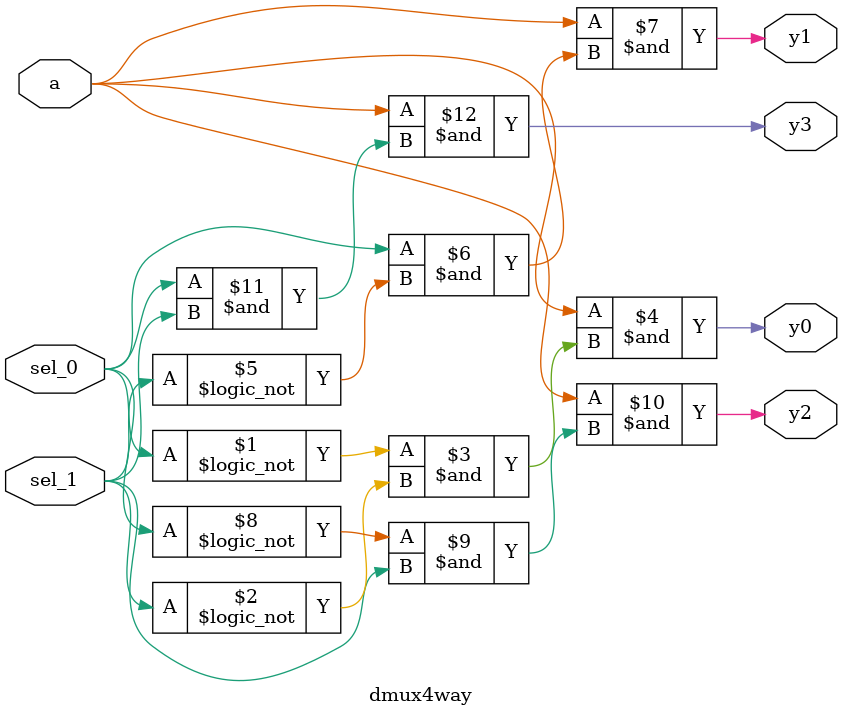
<source format=v>
module dmux4way(input a, input sel_0, input sel_1, output y0, output y1, output y2, output y3);

  assign y0 = a & (!sel_0 & !sel_1);
  assign y1 = a & (sel_0 & !sel_1);
  assign y2 = a & (!sel_0 & sel_1);
  assign y3 = a & (sel_0 & sel_1);

endmodule

</source>
